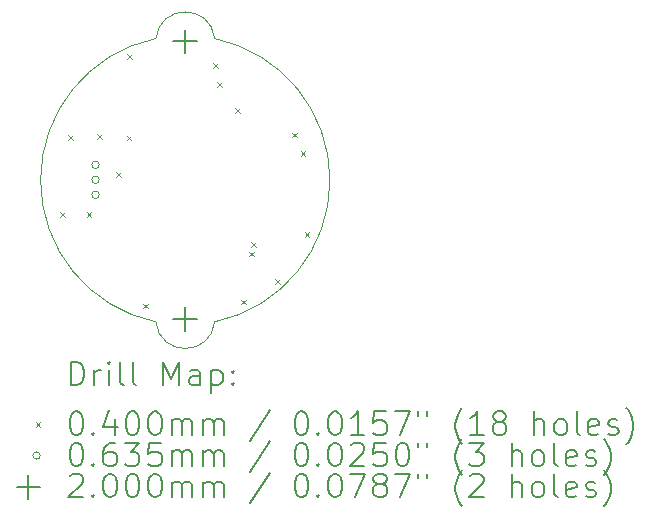
<source format=gbr>
%FSLAX45Y45*%
G04 Gerber Fmt 4.5, Leading zero omitted, Abs format (unit mm)*
G04 Created by KiCad (PCBNEW (6.0.1)) date 2022-03-12 10:23:11*
%MOMM*%
%LPD*%
G01*
G04 APERTURE LIST*
%TA.AperFunction,Profile*%
%ADD10C,0.050000*%
%TD*%
%ADD11C,0.200000*%
%ADD12C,0.040000*%
%ADD13C,0.063500*%
G04 APERTURE END LIST*
D10*
X14751305Y-8800510D02*
G75*
G03*
X14751305Y-11199490I248695J-1199490D01*
G01*
X15248695Y-8800510D02*
G75*
G03*
X14751305Y-8800510I-248695J-24490D01*
G01*
X14751305Y-11199490D02*
G75*
G03*
X15248695Y-11199490I248695J24490D01*
G01*
X15248695Y-11199490D02*
G75*
G03*
X15248695Y-8800510I-248695J1199490D01*
G01*
D11*
D12*
X13942500Y-10272500D02*
X13982500Y-10312500D01*
X13982500Y-10272500D02*
X13942500Y-10312500D01*
X14010000Y-9620000D02*
X14050000Y-9660000D01*
X14050000Y-9620000D02*
X14010000Y-9660000D01*
X14165000Y-10270000D02*
X14205000Y-10310000D01*
X14205000Y-10270000D02*
X14165000Y-10310000D01*
X14255000Y-9610000D02*
X14295000Y-9650000D01*
X14295000Y-9610000D02*
X14255000Y-9650000D01*
X14413750Y-9931250D02*
X14453750Y-9971250D01*
X14453750Y-9931250D02*
X14413750Y-9971250D01*
X14502500Y-9622500D02*
X14542500Y-9662500D01*
X14542500Y-9622500D02*
X14502500Y-9662500D01*
X14510000Y-8935000D02*
X14550000Y-8975000D01*
X14550000Y-8935000D02*
X14510000Y-8975000D01*
X14645000Y-11045000D02*
X14685000Y-11085000D01*
X14685000Y-11045000D02*
X14645000Y-11085000D01*
X15235000Y-9010000D02*
X15275000Y-9050000D01*
X15275000Y-9010000D02*
X15235000Y-9050000D01*
X15267500Y-9167500D02*
X15307500Y-9207500D01*
X15307500Y-9167500D02*
X15267500Y-9207500D01*
X15422500Y-9392500D02*
X15462500Y-9432500D01*
X15462500Y-9392500D02*
X15422500Y-9432500D01*
X15475000Y-11012500D02*
X15515000Y-11052500D01*
X15515000Y-11012500D02*
X15475000Y-11052500D01*
X15540000Y-10605000D02*
X15580000Y-10645000D01*
X15580000Y-10605000D02*
X15540000Y-10645000D01*
X15560000Y-10525000D02*
X15600000Y-10565000D01*
X15600000Y-10525000D02*
X15560000Y-10565000D01*
X15760000Y-10835000D02*
X15800000Y-10875000D01*
X15800000Y-10835000D02*
X15760000Y-10875000D01*
X15907500Y-9597500D02*
X15947500Y-9637500D01*
X15947500Y-9597500D02*
X15907500Y-9637500D01*
X15977500Y-9752500D02*
X16017500Y-9792500D01*
X16017500Y-9752500D02*
X15977500Y-9792500D01*
X16010000Y-10442500D02*
X16050000Y-10482500D01*
X16050000Y-10442500D02*
X16010000Y-10482500D01*
D13*
X14271750Y-9870000D02*
G75*
G03*
X14271750Y-9870000I-31750J0D01*
G01*
X14271750Y-9997000D02*
G75*
G03*
X14271750Y-9997000I-31750J0D01*
G01*
X14271750Y-10124000D02*
G75*
G03*
X14271750Y-10124000I-31750J0D01*
G01*
D11*
X15000000Y-8725000D02*
X15000000Y-8925000D01*
X14900000Y-8825000D02*
X15100000Y-8825000D01*
X15000000Y-11075000D02*
X15000000Y-11275000D01*
X14900000Y-11175000D02*
X15100000Y-11175000D01*
X14030119Y-11737874D02*
X14030119Y-11537874D01*
X14077738Y-11537874D01*
X14106309Y-11547398D01*
X14125357Y-11566445D01*
X14134881Y-11585493D01*
X14144405Y-11623588D01*
X14144405Y-11652160D01*
X14134881Y-11690255D01*
X14125357Y-11709303D01*
X14106309Y-11728350D01*
X14077738Y-11737874D01*
X14030119Y-11737874D01*
X14230119Y-11737874D02*
X14230119Y-11604541D01*
X14230119Y-11642636D02*
X14239643Y-11623588D01*
X14249167Y-11614064D01*
X14268214Y-11604541D01*
X14287262Y-11604541D01*
X14353928Y-11737874D02*
X14353928Y-11604541D01*
X14353928Y-11537874D02*
X14344405Y-11547398D01*
X14353928Y-11556922D01*
X14363452Y-11547398D01*
X14353928Y-11537874D01*
X14353928Y-11556922D01*
X14477738Y-11737874D02*
X14458690Y-11728350D01*
X14449167Y-11709303D01*
X14449167Y-11537874D01*
X14582500Y-11737874D02*
X14563452Y-11728350D01*
X14553928Y-11709303D01*
X14553928Y-11537874D01*
X14811071Y-11737874D02*
X14811071Y-11537874D01*
X14877738Y-11680731D01*
X14944405Y-11537874D01*
X14944405Y-11737874D01*
X15125357Y-11737874D02*
X15125357Y-11633112D01*
X15115833Y-11614064D01*
X15096786Y-11604541D01*
X15058690Y-11604541D01*
X15039643Y-11614064D01*
X15125357Y-11728350D02*
X15106309Y-11737874D01*
X15058690Y-11737874D01*
X15039643Y-11728350D01*
X15030119Y-11709303D01*
X15030119Y-11690255D01*
X15039643Y-11671207D01*
X15058690Y-11661684D01*
X15106309Y-11661684D01*
X15125357Y-11652160D01*
X15220595Y-11604541D02*
X15220595Y-11804541D01*
X15220595Y-11614064D02*
X15239643Y-11604541D01*
X15277738Y-11604541D01*
X15296786Y-11614064D01*
X15306309Y-11623588D01*
X15315833Y-11642636D01*
X15315833Y-11699779D01*
X15306309Y-11718826D01*
X15296786Y-11728350D01*
X15277738Y-11737874D01*
X15239643Y-11737874D01*
X15220595Y-11728350D01*
X15401548Y-11718826D02*
X15411071Y-11728350D01*
X15401548Y-11737874D01*
X15392024Y-11728350D01*
X15401548Y-11718826D01*
X15401548Y-11737874D01*
X15401548Y-11614064D02*
X15411071Y-11623588D01*
X15401548Y-11633112D01*
X15392024Y-11623588D01*
X15401548Y-11614064D01*
X15401548Y-11633112D01*
D12*
X13732500Y-12047398D02*
X13772500Y-12087398D01*
X13772500Y-12047398D02*
X13732500Y-12087398D01*
D11*
X14068214Y-11957874D02*
X14087262Y-11957874D01*
X14106309Y-11967398D01*
X14115833Y-11976922D01*
X14125357Y-11995969D01*
X14134881Y-12034064D01*
X14134881Y-12081684D01*
X14125357Y-12119779D01*
X14115833Y-12138826D01*
X14106309Y-12148350D01*
X14087262Y-12157874D01*
X14068214Y-12157874D01*
X14049167Y-12148350D01*
X14039643Y-12138826D01*
X14030119Y-12119779D01*
X14020595Y-12081684D01*
X14020595Y-12034064D01*
X14030119Y-11995969D01*
X14039643Y-11976922D01*
X14049167Y-11967398D01*
X14068214Y-11957874D01*
X14220595Y-12138826D02*
X14230119Y-12148350D01*
X14220595Y-12157874D01*
X14211071Y-12148350D01*
X14220595Y-12138826D01*
X14220595Y-12157874D01*
X14401548Y-12024541D02*
X14401548Y-12157874D01*
X14353928Y-11948350D02*
X14306309Y-12091207D01*
X14430119Y-12091207D01*
X14544405Y-11957874D02*
X14563452Y-11957874D01*
X14582500Y-11967398D01*
X14592024Y-11976922D01*
X14601548Y-11995969D01*
X14611071Y-12034064D01*
X14611071Y-12081684D01*
X14601548Y-12119779D01*
X14592024Y-12138826D01*
X14582500Y-12148350D01*
X14563452Y-12157874D01*
X14544405Y-12157874D01*
X14525357Y-12148350D01*
X14515833Y-12138826D01*
X14506309Y-12119779D01*
X14496786Y-12081684D01*
X14496786Y-12034064D01*
X14506309Y-11995969D01*
X14515833Y-11976922D01*
X14525357Y-11967398D01*
X14544405Y-11957874D01*
X14734881Y-11957874D02*
X14753928Y-11957874D01*
X14772976Y-11967398D01*
X14782500Y-11976922D01*
X14792024Y-11995969D01*
X14801548Y-12034064D01*
X14801548Y-12081684D01*
X14792024Y-12119779D01*
X14782500Y-12138826D01*
X14772976Y-12148350D01*
X14753928Y-12157874D01*
X14734881Y-12157874D01*
X14715833Y-12148350D01*
X14706309Y-12138826D01*
X14696786Y-12119779D01*
X14687262Y-12081684D01*
X14687262Y-12034064D01*
X14696786Y-11995969D01*
X14706309Y-11976922D01*
X14715833Y-11967398D01*
X14734881Y-11957874D01*
X14887262Y-12157874D02*
X14887262Y-12024541D01*
X14887262Y-12043588D02*
X14896786Y-12034064D01*
X14915833Y-12024541D01*
X14944405Y-12024541D01*
X14963452Y-12034064D01*
X14972976Y-12053112D01*
X14972976Y-12157874D01*
X14972976Y-12053112D02*
X14982500Y-12034064D01*
X15001548Y-12024541D01*
X15030119Y-12024541D01*
X15049167Y-12034064D01*
X15058690Y-12053112D01*
X15058690Y-12157874D01*
X15153928Y-12157874D02*
X15153928Y-12024541D01*
X15153928Y-12043588D02*
X15163452Y-12034064D01*
X15182500Y-12024541D01*
X15211071Y-12024541D01*
X15230119Y-12034064D01*
X15239643Y-12053112D01*
X15239643Y-12157874D01*
X15239643Y-12053112D02*
X15249167Y-12034064D01*
X15268214Y-12024541D01*
X15296786Y-12024541D01*
X15315833Y-12034064D01*
X15325357Y-12053112D01*
X15325357Y-12157874D01*
X15715833Y-11948350D02*
X15544405Y-12205493D01*
X15972976Y-11957874D02*
X15992024Y-11957874D01*
X16011071Y-11967398D01*
X16020595Y-11976922D01*
X16030119Y-11995969D01*
X16039643Y-12034064D01*
X16039643Y-12081684D01*
X16030119Y-12119779D01*
X16020595Y-12138826D01*
X16011071Y-12148350D01*
X15992024Y-12157874D01*
X15972976Y-12157874D01*
X15953928Y-12148350D01*
X15944405Y-12138826D01*
X15934881Y-12119779D01*
X15925357Y-12081684D01*
X15925357Y-12034064D01*
X15934881Y-11995969D01*
X15944405Y-11976922D01*
X15953928Y-11967398D01*
X15972976Y-11957874D01*
X16125357Y-12138826D02*
X16134881Y-12148350D01*
X16125357Y-12157874D01*
X16115833Y-12148350D01*
X16125357Y-12138826D01*
X16125357Y-12157874D01*
X16258690Y-11957874D02*
X16277738Y-11957874D01*
X16296786Y-11967398D01*
X16306309Y-11976922D01*
X16315833Y-11995969D01*
X16325357Y-12034064D01*
X16325357Y-12081684D01*
X16315833Y-12119779D01*
X16306309Y-12138826D01*
X16296786Y-12148350D01*
X16277738Y-12157874D01*
X16258690Y-12157874D01*
X16239643Y-12148350D01*
X16230119Y-12138826D01*
X16220595Y-12119779D01*
X16211071Y-12081684D01*
X16211071Y-12034064D01*
X16220595Y-11995969D01*
X16230119Y-11976922D01*
X16239643Y-11967398D01*
X16258690Y-11957874D01*
X16515833Y-12157874D02*
X16401548Y-12157874D01*
X16458690Y-12157874D02*
X16458690Y-11957874D01*
X16439643Y-11986445D01*
X16420595Y-12005493D01*
X16401548Y-12015017D01*
X16696786Y-11957874D02*
X16601548Y-11957874D01*
X16592024Y-12053112D01*
X16601548Y-12043588D01*
X16620595Y-12034064D01*
X16668214Y-12034064D01*
X16687262Y-12043588D01*
X16696786Y-12053112D01*
X16706309Y-12072160D01*
X16706309Y-12119779D01*
X16696786Y-12138826D01*
X16687262Y-12148350D01*
X16668214Y-12157874D01*
X16620595Y-12157874D01*
X16601548Y-12148350D01*
X16592024Y-12138826D01*
X16772976Y-11957874D02*
X16906310Y-11957874D01*
X16820595Y-12157874D01*
X16972976Y-11957874D02*
X16972976Y-11995969D01*
X17049167Y-11957874D02*
X17049167Y-11995969D01*
X17344405Y-12234064D02*
X17334881Y-12224541D01*
X17315833Y-12195969D01*
X17306310Y-12176922D01*
X17296786Y-12148350D01*
X17287262Y-12100731D01*
X17287262Y-12062636D01*
X17296786Y-12015017D01*
X17306310Y-11986445D01*
X17315833Y-11967398D01*
X17334881Y-11938826D01*
X17344405Y-11929303D01*
X17525357Y-12157874D02*
X17411071Y-12157874D01*
X17468214Y-12157874D02*
X17468214Y-11957874D01*
X17449167Y-11986445D01*
X17430119Y-12005493D01*
X17411071Y-12015017D01*
X17639643Y-12043588D02*
X17620595Y-12034064D01*
X17611071Y-12024541D01*
X17601548Y-12005493D01*
X17601548Y-11995969D01*
X17611071Y-11976922D01*
X17620595Y-11967398D01*
X17639643Y-11957874D01*
X17677738Y-11957874D01*
X17696786Y-11967398D01*
X17706310Y-11976922D01*
X17715833Y-11995969D01*
X17715833Y-12005493D01*
X17706310Y-12024541D01*
X17696786Y-12034064D01*
X17677738Y-12043588D01*
X17639643Y-12043588D01*
X17620595Y-12053112D01*
X17611071Y-12062636D01*
X17601548Y-12081684D01*
X17601548Y-12119779D01*
X17611071Y-12138826D01*
X17620595Y-12148350D01*
X17639643Y-12157874D01*
X17677738Y-12157874D01*
X17696786Y-12148350D01*
X17706310Y-12138826D01*
X17715833Y-12119779D01*
X17715833Y-12081684D01*
X17706310Y-12062636D01*
X17696786Y-12053112D01*
X17677738Y-12043588D01*
X17953929Y-12157874D02*
X17953929Y-11957874D01*
X18039643Y-12157874D02*
X18039643Y-12053112D01*
X18030119Y-12034064D01*
X18011071Y-12024541D01*
X17982500Y-12024541D01*
X17963452Y-12034064D01*
X17953929Y-12043588D01*
X18163452Y-12157874D02*
X18144405Y-12148350D01*
X18134881Y-12138826D01*
X18125357Y-12119779D01*
X18125357Y-12062636D01*
X18134881Y-12043588D01*
X18144405Y-12034064D01*
X18163452Y-12024541D01*
X18192024Y-12024541D01*
X18211071Y-12034064D01*
X18220595Y-12043588D01*
X18230119Y-12062636D01*
X18230119Y-12119779D01*
X18220595Y-12138826D01*
X18211071Y-12148350D01*
X18192024Y-12157874D01*
X18163452Y-12157874D01*
X18344405Y-12157874D02*
X18325357Y-12148350D01*
X18315833Y-12129303D01*
X18315833Y-11957874D01*
X18496786Y-12148350D02*
X18477738Y-12157874D01*
X18439643Y-12157874D01*
X18420595Y-12148350D01*
X18411071Y-12129303D01*
X18411071Y-12053112D01*
X18420595Y-12034064D01*
X18439643Y-12024541D01*
X18477738Y-12024541D01*
X18496786Y-12034064D01*
X18506310Y-12053112D01*
X18506310Y-12072160D01*
X18411071Y-12091207D01*
X18582500Y-12148350D02*
X18601548Y-12157874D01*
X18639643Y-12157874D01*
X18658690Y-12148350D01*
X18668214Y-12129303D01*
X18668214Y-12119779D01*
X18658690Y-12100731D01*
X18639643Y-12091207D01*
X18611071Y-12091207D01*
X18592024Y-12081684D01*
X18582500Y-12062636D01*
X18582500Y-12053112D01*
X18592024Y-12034064D01*
X18611071Y-12024541D01*
X18639643Y-12024541D01*
X18658690Y-12034064D01*
X18734881Y-12234064D02*
X18744405Y-12224541D01*
X18763452Y-12195969D01*
X18772976Y-12176922D01*
X18782500Y-12148350D01*
X18792024Y-12100731D01*
X18792024Y-12062636D01*
X18782500Y-12015017D01*
X18772976Y-11986445D01*
X18763452Y-11967398D01*
X18744405Y-11938826D01*
X18734881Y-11929303D01*
D13*
X13772500Y-12331398D02*
G75*
G03*
X13772500Y-12331398I-31750J0D01*
G01*
D11*
X14068214Y-12221874D02*
X14087262Y-12221874D01*
X14106309Y-12231398D01*
X14115833Y-12240922D01*
X14125357Y-12259969D01*
X14134881Y-12298064D01*
X14134881Y-12345684D01*
X14125357Y-12383779D01*
X14115833Y-12402826D01*
X14106309Y-12412350D01*
X14087262Y-12421874D01*
X14068214Y-12421874D01*
X14049167Y-12412350D01*
X14039643Y-12402826D01*
X14030119Y-12383779D01*
X14020595Y-12345684D01*
X14020595Y-12298064D01*
X14030119Y-12259969D01*
X14039643Y-12240922D01*
X14049167Y-12231398D01*
X14068214Y-12221874D01*
X14220595Y-12402826D02*
X14230119Y-12412350D01*
X14220595Y-12421874D01*
X14211071Y-12412350D01*
X14220595Y-12402826D01*
X14220595Y-12421874D01*
X14401548Y-12221874D02*
X14363452Y-12221874D01*
X14344405Y-12231398D01*
X14334881Y-12240922D01*
X14315833Y-12269493D01*
X14306309Y-12307588D01*
X14306309Y-12383779D01*
X14315833Y-12402826D01*
X14325357Y-12412350D01*
X14344405Y-12421874D01*
X14382500Y-12421874D01*
X14401548Y-12412350D01*
X14411071Y-12402826D01*
X14420595Y-12383779D01*
X14420595Y-12336160D01*
X14411071Y-12317112D01*
X14401548Y-12307588D01*
X14382500Y-12298064D01*
X14344405Y-12298064D01*
X14325357Y-12307588D01*
X14315833Y-12317112D01*
X14306309Y-12336160D01*
X14487262Y-12221874D02*
X14611071Y-12221874D01*
X14544405Y-12298064D01*
X14572976Y-12298064D01*
X14592024Y-12307588D01*
X14601548Y-12317112D01*
X14611071Y-12336160D01*
X14611071Y-12383779D01*
X14601548Y-12402826D01*
X14592024Y-12412350D01*
X14572976Y-12421874D01*
X14515833Y-12421874D01*
X14496786Y-12412350D01*
X14487262Y-12402826D01*
X14792024Y-12221874D02*
X14696786Y-12221874D01*
X14687262Y-12317112D01*
X14696786Y-12307588D01*
X14715833Y-12298064D01*
X14763452Y-12298064D01*
X14782500Y-12307588D01*
X14792024Y-12317112D01*
X14801548Y-12336160D01*
X14801548Y-12383779D01*
X14792024Y-12402826D01*
X14782500Y-12412350D01*
X14763452Y-12421874D01*
X14715833Y-12421874D01*
X14696786Y-12412350D01*
X14687262Y-12402826D01*
X14887262Y-12421874D02*
X14887262Y-12288541D01*
X14887262Y-12307588D02*
X14896786Y-12298064D01*
X14915833Y-12288541D01*
X14944405Y-12288541D01*
X14963452Y-12298064D01*
X14972976Y-12317112D01*
X14972976Y-12421874D01*
X14972976Y-12317112D02*
X14982500Y-12298064D01*
X15001548Y-12288541D01*
X15030119Y-12288541D01*
X15049167Y-12298064D01*
X15058690Y-12317112D01*
X15058690Y-12421874D01*
X15153928Y-12421874D02*
X15153928Y-12288541D01*
X15153928Y-12307588D02*
X15163452Y-12298064D01*
X15182500Y-12288541D01*
X15211071Y-12288541D01*
X15230119Y-12298064D01*
X15239643Y-12317112D01*
X15239643Y-12421874D01*
X15239643Y-12317112D02*
X15249167Y-12298064D01*
X15268214Y-12288541D01*
X15296786Y-12288541D01*
X15315833Y-12298064D01*
X15325357Y-12317112D01*
X15325357Y-12421874D01*
X15715833Y-12212350D02*
X15544405Y-12469493D01*
X15972976Y-12221874D02*
X15992024Y-12221874D01*
X16011071Y-12231398D01*
X16020595Y-12240922D01*
X16030119Y-12259969D01*
X16039643Y-12298064D01*
X16039643Y-12345684D01*
X16030119Y-12383779D01*
X16020595Y-12402826D01*
X16011071Y-12412350D01*
X15992024Y-12421874D01*
X15972976Y-12421874D01*
X15953928Y-12412350D01*
X15944405Y-12402826D01*
X15934881Y-12383779D01*
X15925357Y-12345684D01*
X15925357Y-12298064D01*
X15934881Y-12259969D01*
X15944405Y-12240922D01*
X15953928Y-12231398D01*
X15972976Y-12221874D01*
X16125357Y-12402826D02*
X16134881Y-12412350D01*
X16125357Y-12421874D01*
X16115833Y-12412350D01*
X16125357Y-12402826D01*
X16125357Y-12421874D01*
X16258690Y-12221874D02*
X16277738Y-12221874D01*
X16296786Y-12231398D01*
X16306309Y-12240922D01*
X16315833Y-12259969D01*
X16325357Y-12298064D01*
X16325357Y-12345684D01*
X16315833Y-12383779D01*
X16306309Y-12402826D01*
X16296786Y-12412350D01*
X16277738Y-12421874D01*
X16258690Y-12421874D01*
X16239643Y-12412350D01*
X16230119Y-12402826D01*
X16220595Y-12383779D01*
X16211071Y-12345684D01*
X16211071Y-12298064D01*
X16220595Y-12259969D01*
X16230119Y-12240922D01*
X16239643Y-12231398D01*
X16258690Y-12221874D01*
X16401548Y-12240922D02*
X16411071Y-12231398D01*
X16430119Y-12221874D01*
X16477738Y-12221874D01*
X16496786Y-12231398D01*
X16506309Y-12240922D01*
X16515833Y-12259969D01*
X16515833Y-12279017D01*
X16506309Y-12307588D01*
X16392024Y-12421874D01*
X16515833Y-12421874D01*
X16696786Y-12221874D02*
X16601548Y-12221874D01*
X16592024Y-12317112D01*
X16601548Y-12307588D01*
X16620595Y-12298064D01*
X16668214Y-12298064D01*
X16687262Y-12307588D01*
X16696786Y-12317112D01*
X16706309Y-12336160D01*
X16706309Y-12383779D01*
X16696786Y-12402826D01*
X16687262Y-12412350D01*
X16668214Y-12421874D01*
X16620595Y-12421874D01*
X16601548Y-12412350D01*
X16592024Y-12402826D01*
X16830119Y-12221874D02*
X16849167Y-12221874D01*
X16868214Y-12231398D01*
X16877738Y-12240922D01*
X16887262Y-12259969D01*
X16896786Y-12298064D01*
X16896786Y-12345684D01*
X16887262Y-12383779D01*
X16877738Y-12402826D01*
X16868214Y-12412350D01*
X16849167Y-12421874D01*
X16830119Y-12421874D01*
X16811071Y-12412350D01*
X16801548Y-12402826D01*
X16792024Y-12383779D01*
X16782500Y-12345684D01*
X16782500Y-12298064D01*
X16792024Y-12259969D01*
X16801548Y-12240922D01*
X16811071Y-12231398D01*
X16830119Y-12221874D01*
X16972976Y-12221874D02*
X16972976Y-12259969D01*
X17049167Y-12221874D02*
X17049167Y-12259969D01*
X17344405Y-12498064D02*
X17334881Y-12488541D01*
X17315833Y-12459969D01*
X17306310Y-12440922D01*
X17296786Y-12412350D01*
X17287262Y-12364731D01*
X17287262Y-12326636D01*
X17296786Y-12279017D01*
X17306310Y-12250445D01*
X17315833Y-12231398D01*
X17334881Y-12202826D01*
X17344405Y-12193303D01*
X17401548Y-12221874D02*
X17525357Y-12221874D01*
X17458690Y-12298064D01*
X17487262Y-12298064D01*
X17506310Y-12307588D01*
X17515833Y-12317112D01*
X17525357Y-12336160D01*
X17525357Y-12383779D01*
X17515833Y-12402826D01*
X17506310Y-12412350D01*
X17487262Y-12421874D01*
X17430119Y-12421874D01*
X17411071Y-12412350D01*
X17401548Y-12402826D01*
X17763452Y-12421874D02*
X17763452Y-12221874D01*
X17849167Y-12421874D02*
X17849167Y-12317112D01*
X17839643Y-12298064D01*
X17820595Y-12288541D01*
X17792024Y-12288541D01*
X17772976Y-12298064D01*
X17763452Y-12307588D01*
X17972976Y-12421874D02*
X17953929Y-12412350D01*
X17944405Y-12402826D01*
X17934881Y-12383779D01*
X17934881Y-12326636D01*
X17944405Y-12307588D01*
X17953929Y-12298064D01*
X17972976Y-12288541D01*
X18001548Y-12288541D01*
X18020595Y-12298064D01*
X18030119Y-12307588D01*
X18039643Y-12326636D01*
X18039643Y-12383779D01*
X18030119Y-12402826D01*
X18020595Y-12412350D01*
X18001548Y-12421874D01*
X17972976Y-12421874D01*
X18153929Y-12421874D02*
X18134881Y-12412350D01*
X18125357Y-12393303D01*
X18125357Y-12221874D01*
X18306310Y-12412350D02*
X18287262Y-12421874D01*
X18249167Y-12421874D01*
X18230119Y-12412350D01*
X18220595Y-12393303D01*
X18220595Y-12317112D01*
X18230119Y-12298064D01*
X18249167Y-12288541D01*
X18287262Y-12288541D01*
X18306310Y-12298064D01*
X18315833Y-12317112D01*
X18315833Y-12336160D01*
X18220595Y-12355207D01*
X18392024Y-12412350D02*
X18411071Y-12421874D01*
X18449167Y-12421874D01*
X18468214Y-12412350D01*
X18477738Y-12393303D01*
X18477738Y-12383779D01*
X18468214Y-12364731D01*
X18449167Y-12355207D01*
X18420595Y-12355207D01*
X18401548Y-12345684D01*
X18392024Y-12326636D01*
X18392024Y-12317112D01*
X18401548Y-12298064D01*
X18420595Y-12288541D01*
X18449167Y-12288541D01*
X18468214Y-12298064D01*
X18544405Y-12498064D02*
X18553929Y-12488541D01*
X18572976Y-12459969D01*
X18582500Y-12440922D01*
X18592024Y-12412350D01*
X18601548Y-12364731D01*
X18601548Y-12326636D01*
X18592024Y-12279017D01*
X18582500Y-12250445D01*
X18572976Y-12231398D01*
X18553929Y-12202826D01*
X18544405Y-12193303D01*
X13672500Y-12495398D02*
X13672500Y-12695398D01*
X13572500Y-12595398D02*
X13772500Y-12595398D01*
X14020595Y-12504922D02*
X14030119Y-12495398D01*
X14049167Y-12485874D01*
X14096786Y-12485874D01*
X14115833Y-12495398D01*
X14125357Y-12504922D01*
X14134881Y-12523969D01*
X14134881Y-12543017D01*
X14125357Y-12571588D01*
X14011071Y-12685874D01*
X14134881Y-12685874D01*
X14220595Y-12666826D02*
X14230119Y-12676350D01*
X14220595Y-12685874D01*
X14211071Y-12676350D01*
X14220595Y-12666826D01*
X14220595Y-12685874D01*
X14353928Y-12485874D02*
X14372976Y-12485874D01*
X14392024Y-12495398D01*
X14401548Y-12504922D01*
X14411071Y-12523969D01*
X14420595Y-12562064D01*
X14420595Y-12609684D01*
X14411071Y-12647779D01*
X14401548Y-12666826D01*
X14392024Y-12676350D01*
X14372976Y-12685874D01*
X14353928Y-12685874D01*
X14334881Y-12676350D01*
X14325357Y-12666826D01*
X14315833Y-12647779D01*
X14306309Y-12609684D01*
X14306309Y-12562064D01*
X14315833Y-12523969D01*
X14325357Y-12504922D01*
X14334881Y-12495398D01*
X14353928Y-12485874D01*
X14544405Y-12485874D02*
X14563452Y-12485874D01*
X14582500Y-12495398D01*
X14592024Y-12504922D01*
X14601548Y-12523969D01*
X14611071Y-12562064D01*
X14611071Y-12609684D01*
X14601548Y-12647779D01*
X14592024Y-12666826D01*
X14582500Y-12676350D01*
X14563452Y-12685874D01*
X14544405Y-12685874D01*
X14525357Y-12676350D01*
X14515833Y-12666826D01*
X14506309Y-12647779D01*
X14496786Y-12609684D01*
X14496786Y-12562064D01*
X14506309Y-12523969D01*
X14515833Y-12504922D01*
X14525357Y-12495398D01*
X14544405Y-12485874D01*
X14734881Y-12485874D02*
X14753928Y-12485874D01*
X14772976Y-12495398D01*
X14782500Y-12504922D01*
X14792024Y-12523969D01*
X14801548Y-12562064D01*
X14801548Y-12609684D01*
X14792024Y-12647779D01*
X14782500Y-12666826D01*
X14772976Y-12676350D01*
X14753928Y-12685874D01*
X14734881Y-12685874D01*
X14715833Y-12676350D01*
X14706309Y-12666826D01*
X14696786Y-12647779D01*
X14687262Y-12609684D01*
X14687262Y-12562064D01*
X14696786Y-12523969D01*
X14706309Y-12504922D01*
X14715833Y-12495398D01*
X14734881Y-12485874D01*
X14887262Y-12685874D02*
X14887262Y-12552541D01*
X14887262Y-12571588D02*
X14896786Y-12562064D01*
X14915833Y-12552541D01*
X14944405Y-12552541D01*
X14963452Y-12562064D01*
X14972976Y-12581112D01*
X14972976Y-12685874D01*
X14972976Y-12581112D02*
X14982500Y-12562064D01*
X15001548Y-12552541D01*
X15030119Y-12552541D01*
X15049167Y-12562064D01*
X15058690Y-12581112D01*
X15058690Y-12685874D01*
X15153928Y-12685874D02*
X15153928Y-12552541D01*
X15153928Y-12571588D02*
X15163452Y-12562064D01*
X15182500Y-12552541D01*
X15211071Y-12552541D01*
X15230119Y-12562064D01*
X15239643Y-12581112D01*
X15239643Y-12685874D01*
X15239643Y-12581112D02*
X15249167Y-12562064D01*
X15268214Y-12552541D01*
X15296786Y-12552541D01*
X15315833Y-12562064D01*
X15325357Y-12581112D01*
X15325357Y-12685874D01*
X15715833Y-12476350D02*
X15544405Y-12733493D01*
X15972976Y-12485874D02*
X15992024Y-12485874D01*
X16011071Y-12495398D01*
X16020595Y-12504922D01*
X16030119Y-12523969D01*
X16039643Y-12562064D01*
X16039643Y-12609684D01*
X16030119Y-12647779D01*
X16020595Y-12666826D01*
X16011071Y-12676350D01*
X15992024Y-12685874D01*
X15972976Y-12685874D01*
X15953928Y-12676350D01*
X15944405Y-12666826D01*
X15934881Y-12647779D01*
X15925357Y-12609684D01*
X15925357Y-12562064D01*
X15934881Y-12523969D01*
X15944405Y-12504922D01*
X15953928Y-12495398D01*
X15972976Y-12485874D01*
X16125357Y-12666826D02*
X16134881Y-12676350D01*
X16125357Y-12685874D01*
X16115833Y-12676350D01*
X16125357Y-12666826D01*
X16125357Y-12685874D01*
X16258690Y-12485874D02*
X16277738Y-12485874D01*
X16296786Y-12495398D01*
X16306309Y-12504922D01*
X16315833Y-12523969D01*
X16325357Y-12562064D01*
X16325357Y-12609684D01*
X16315833Y-12647779D01*
X16306309Y-12666826D01*
X16296786Y-12676350D01*
X16277738Y-12685874D01*
X16258690Y-12685874D01*
X16239643Y-12676350D01*
X16230119Y-12666826D01*
X16220595Y-12647779D01*
X16211071Y-12609684D01*
X16211071Y-12562064D01*
X16220595Y-12523969D01*
X16230119Y-12504922D01*
X16239643Y-12495398D01*
X16258690Y-12485874D01*
X16392024Y-12485874D02*
X16525357Y-12485874D01*
X16439643Y-12685874D01*
X16630119Y-12571588D02*
X16611071Y-12562064D01*
X16601548Y-12552541D01*
X16592024Y-12533493D01*
X16592024Y-12523969D01*
X16601548Y-12504922D01*
X16611071Y-12495398D01*
X16630119Y-12485874D01*
X16668214Y-12485874D01*
X16687262Y-12495398D01*
X16696786Y-12504922D01*
X16706309Y-12523969D01*
X16706309Y-12533493D01*
X16696786Y-12552541D01*
X16687262Y-12562064D01*
X16668214Y-12571588D01*
X16630119Y-12571588D01*
X16611071Y-12581112D01*
X16601548Y-12590636D01*
X16592024Y-12609684D01*
X16592024Y-12647779D01*
X16601548Y-12666826D01*
X16611071Y-12676350D01*
X16630119Y-12685874D01*
X16668214Y-12685874D01*
X16687262Y-12676350D01*
X16696786Y-12666826D01*
X16706309Y-12647779D01*
X16706309Y-12609684D01*
X16696786Y-12590636D01*
X16687262Y-12581112D01*
X16668214Y-12571588D01*
X16772976Y-12485874D02*
X16906310Y-12485874D01*
X16820595Y-12685874D01*
X16972976Y-12485874D02*
X16972976Y-12523969D01*
X17049167Y-12485874D02*
X17049167Y-12523969D01*
X17344405Y-12762064D02*
X17334881Y-12752541D01*
X17315833Y-12723969D01*
X17306310Y-12704922D01*
X17296786Y-12676350D01*
X17287262Y-12628731D01*
X17287262Y-12590636D01*
X17296786Y-12543017D01*
X17306310Y-12514445D01*
X17315833Y-12495398D01*
X17334881Y-12466826D01*
X17344405Y-12457303D01*
X17411071Y-12504922D02*
X17420595Y-12495398D01*
X17439643Y-12485874D01*
X17487262Y-12485874D01*
X17506310Y-12495398D01*
X17515833Y-12504922D01*
X17525357Y-12523969D01*
X17525357Y-12543017D01*
X17515833Y-12571588D01*
X17401548Y-12685874D01*
X17525357Y-12685874D01*
X17763452Y-12685874D02*
X17763452Y-12485874D01*
X17849167Y-12685874D02*
X17849167Y-12581112D01*
X17839643Y-12562064D01*
X17820595Y-12552541D01*
X17792024Y-12552541D01*
X17772976Y-12562064D01*
X17763452Y-12571588D01*
X17972976Y-12685874D02*
X17953929Y-12676350D01*
X17944405Y-12666826D01*
X17934881Y-12647779D01*
X17934881Y-12590636D01*
X17944405Y-12571588D01*
X17953929Y-12562064D01*
X17972976Y-12552541D01*
X18001548Y-12552541D01*
X18020595Y-12562064D01*
X18030119Y-12571588D01*
X18039643Y-12590636D01*
X18039643Y-12647779D01*
X18030119Y-12666826D01*
X18020595Y-12676350D01*
X18001548Y-12685874D01*
X17972976Y-12685874D01*
X18153929Y-12685874D02*
X18134881Y-12676350D01*
X18125357Y-12657303D01*
X18125357Y-12485874D01*
X18306310Y-12676350D02*
X18287262Y-12685874D01*
X18249167Y-12685874D01*
X18230119Y-12676350D01*
X18220595Y-12657303D01*
X18220595Y-12581112D01*
X18230119Y-12562064D01*
X18249167Y-12552541D01*
X18287262Y-12552541D01*
X18306310Y-12562064D01*
X18315833Y-12581112D01*
X18315833Y-12600160D01*
X18220595Y-12619207D01*
X18392024Y-12676350D02*
X18411071Y-12685874D01*
X18449167Y-12685874D01*
X18468214Y-12676350D01*
X18477738Y-12657303D01*
X18477738Y-12647779D01*
X18468214Y-12628731D01*
X18449167Y-12619207D01*
X18420595Y-12619207D01*
X18401548Y-12609684D01*
X18392024Y-12590636D01*
X18392024Y-12581112D01*
X18401548Y-12562064D01*
X18420595Y-12552541D01*
X18449167Y-12552541D01*
X18468214Y-12562064D01*
X18544405Y-12762064D02*
X18553929Y-12752541D01*
X18572976Y-12723969D01*
X18582500Y-12704922D01*
X18592024Y-12676350D01*
X18601548Y-12628731D01*
X18601548Y-12590636D01*
X18592024Y-12543017D01*
X18582500Y-12514445D01*
X18572976Y-12495398D01*
X18553929Y-12466826D01*
X18544405Y-12457303D01*
M02*

</source>
